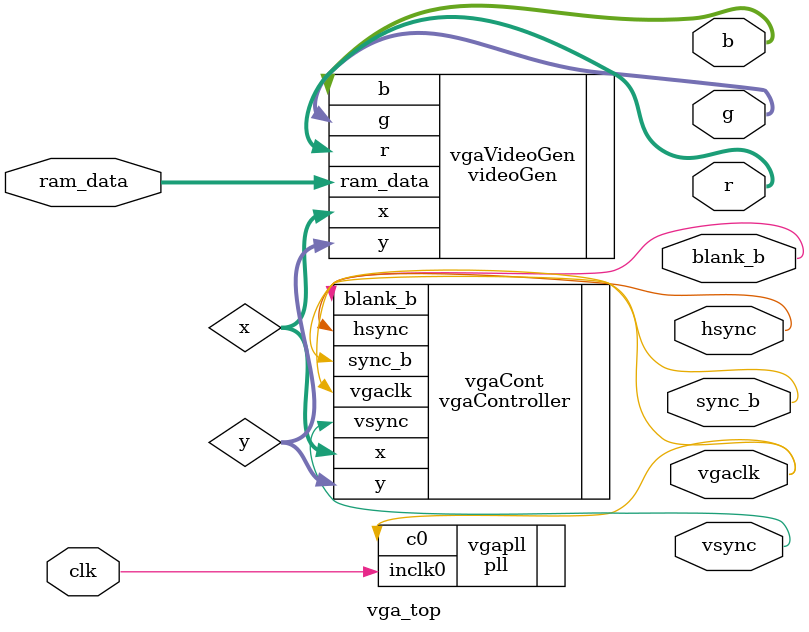
<source format=sv>
module vga_top(
	input clk,
	input logic [7:0] ram_data,
	output logic vgaclk,
	output logic hsync, vsync,
	output logic sync_b, blank_b,
	output logic [7:0] r, g, b
);
	logic [9:0] x, y;
	pll vgapll(
		.inclk0(clk),
		.c0(vgaclk)
	);
	
	vgaController vgaCont(
		.vgaclk(vgaclk),
		.hsync(hsync),
		.vsync(vsync),
		.sync_b(sync_b),
		.blank_b(blank_b),
		.x(x),
		.y(y)
	);
	
	videoGen vgaVideoGen(
		.x(x),
		.y(y),
		.ram_data(ram_data),
		.r(r),
		.g(g),
		.b(b)
	);

endmodule
</source>
